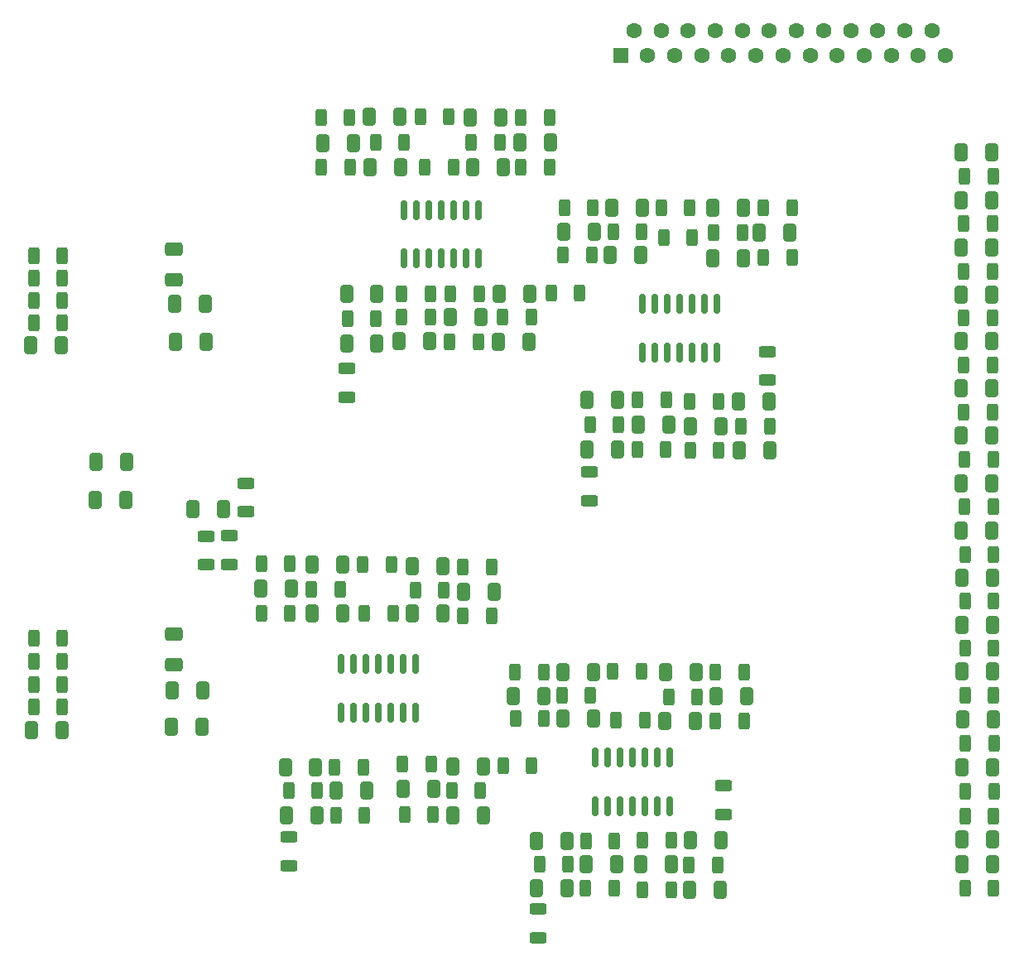
<source format=gbr>
%TF.GenerationSoftware,KiCad,Pcbnew,(7.0.0)*%
%TF.CreationDate,2023-04-15T15:54:35-07:00*%
%TF.ProjectId,FaultSignalGenerator_Isaiah_16Channel,4661756c-7453-4696-976e-616c47656e65,rev?*%
%TF.SameCoordinates,Original*%
%TF.FileFunction,Soldermask,Bot*%
%TF.FilePolarity,Negative*%
%FSLAX46Y46*%
G04 Gerber Fmt 4.6, Leading zero omitted, Abs format (unit mm)*
G04 Created by KiCad (PCBNEW (7.0.0)) date 2023-04-15 15:54:35*
%MOMM*%
%LPD*%
G01*
G04 APERTURE LIST*
G04 Aperture macros list*
%AMRoundRect*
0 Rectangle with rounded corners*
0 $1 Rounding radius*
0 $2 $3 $4 $5 $6 $7 $8 $9 X,Y pos of 4 corners*
0 Add a 4 corners polygon primitive as box body*
4,1,4,$2,$3,$4,$5,$6,$7,$8,$9,$2,$3,0*
0 Add four circle primitives for the rounded corners*
1,1,$1+$1,$2,$3*
1,1,$1+$1,$4,$5*
1,1,$1+$1,$6,$7*
1,1,$1+$1,$8,$9*
0 Add four rect primitives between the rounded corners*
20,1,$1+$1,$2,$3,$4,$5,0*
20,1,$1+$1,$4,$5,$6,$7,0*
20,1,$1+$1,$6,$7,$8,$9,0*
20,1,$1+$1,$8,$9,$2,$3,0*%
G04 Aperture macros list end*
%ADD10RoundRect,0.250000X-0.312500X-0.625000X0.312500X-0.625000X0.312500X0.625000X-0.312500X0.625000X0*%
%ADD11R,1.600000X1.600000*%
%ADD12C,1.600000*%
%ADD13RoundRect,0.250000X-0.625000X0.312500X-0.625000X-0.312500X0.625000X-0.312500X0.625000X0.312500X0*%
%ADD14RoundRect,0.250000X-0.412500X-0.650000X0.412500X-0.650000X0.412500X0.650000X-0.412500X0.650000X0*%
%ADD15RoundRect,0.250000X0.412500X0.650000X-0.412500X0.650000X-0.412500X-0.650000X0.412500X-0.650000X0*%
%ADD16RoundRect,0.250000X0.312500X0.625000X-0.312500X0.625000X-0.312500X-0.625000X0.312500X-0.625000X0*%
%ADD17RoundRect,0.250000X0.650000X-0.412500X0.650000X0.412500X-0.650000X0.412500X-0.650000X-0.412500X0*%
%ADD18RoundRect,0.150000X-0.150000X0.825000X-0.150000X-0.825000X0.150000X-0.825000X0.150000X0.825000X0*%
%ADD19RoundRect,0.250000X0.625000X-0.312500X0.625000X0.312500X-0.625000X0.312500X-0.625000X-0.312500X0*%
G04 APERTURE END LIST*
D10*
%TO.C,R68*%
X118963000Y-102513000D03*
X121888000Y-102513000D03*
%TD*%
D11*
%TO.C,J3*%
X129724999Y-39430330D03*
D12*
X132495000Y-39430331D03*
X135265000Y-39430331D03*
X138035000Y-39430331D03*
X140805000Y-39430331D03*
X143575000Y-39430331D03*
X146345000Y-39430331D03*
X149115000Y-39430331D03*
X151885000Y-39430331D03*
X154655000Y-39430331D03*
X157425000Y-39430331D03*
X160195000Y-39430331D03*
X162965000Y-39430331D03*
X131110000Y-36890331D03*
X133880000Y-36890331D03*
X136650000Y-36890331D03*
X139420000Y-36890331D03*
X142190000Y-36890331D03*
X144960000Y-36890331D03*
X147730000Y-36890331D03*
X150500000Y-36890331D03*
X153270000Y-36890331D03*
X156040000Y-36890331D03*
X158810000Y-36890331D03*
X161580000Y-36890331D03*
%TD*%
D13*
%TO.C,R138*%
X144767500Y-69733500D03*
X144767500Y-72658500D03*
%TD*%
D10*
%TO.C,R119*%
X123977000Y-55074000D03*
X126902000Y-55074000D03*
%TD*%
D14*
%TO.C,C100*%
X164600500Y-49388000D03*
X167725500Y-49388000D03*
%TD*%
D15*
%TO.C,C54*%
X117473900Y-45779400D03*
X114348900Y-45779400D03*
%TD*%
%TO.C,C73*%
X147057500Y-57540000D03*
X143932500Y-57540000D03*
%TD*%
D14*
%TO.C,C50*%
X84213000Y-68738000D03*
X87338000Y-68738000D03*
%TD*%
D16*
%TO.C,R129*%
X139784000Y-79813000D03*
X136859000Y-79813000D03*
%TD*%
D10*
%TO.C,R131*%
X139245000Y-57540000D03*
X142170000Y-57540000D03*
%TD*%
D16*
%TO.C,R58*%
X121925500Y-107313000D03*
X119000500Y-107313000D03*
%TD*%
%TO.C,R69*%
X106298200Y-91564100D03*
X103373200Y-91564100D03*
%TD*%
%TO.C,R78*%
X134888000Y-124788000D03*
X131963000Y-124788000D03*
%TD*%
D14*
%TO.C,C31*%
X69420531Y-69123710D03*
X72545531Y-69123710D03*
%TD*%
D16*
%TO.C,R56*%
X110568000Y-117063000D03*
X107643000Y-117063000D03*
%TD*%
D17*
%TO.C,C49*%
X84075500Y-62400500D03*
X84075500Y-59275500D03*
%TD*%
D14*
%TO.C,C93*%
X164663000Y-119638000D03*
X167788000Y-119638000D03*
%TD*%
D18*
%TO.C,U7*%
X107589000Y-55258200D03*
X108859000Y-55258200D03*
X110129000Y-55258200D03*
X111399000Y-55258200D03*
X112669000Y-55258200D03*
X113939000Y-55258200D03*
X115209000Y-55258200D03*
X115209000Y-60208200D03*
X113939000Y-60208200D03*
X112669000Y-60208200D03*
X111399000Y-60208200D03*
X110129000Y-60208200D03*
X108859000Y-60208200D03*
X107589000Y-60208200D03*
%TD*%
%TO.C,U6*%
X127168000Y-111263000D03*
X128438000Y-111263000D03*
X129708000Y-111263000D03*
X130978000Y-111263000D03*
X132248000Y-111263000D03*
X133518000Y-111263000D03*
X134788000Y-111263000D03*
X134788000Y-116213000D03*
X133518000Y-116213000D03*
X132248000Y-116213000D03*
X130978000Y-116213000D03*
X129708000Y-116213000D03*
X128438000Y-116213000D03*
X127168000Y-116213000D03*
%TD*%
D16*
%TO.C,R111*%
X107597700Y-48308600D03*
X104672700Y-48308600D03*
%TD*%
D14*
%TO.C,C21*%
X131775500Y-122213000D03*
X134900500Y-122213000D03*
%TD*%
D10*
%TO.C,R92*%
X69725500Y-99088000D03*
X72650500Y-99088000D03*
%TD*%
%TO.C,R82*%
X121438000Y-122213000D03*
X124363000Y-122213000D03*
%TD*%
D19*
%TO.C,R139*%
X126512500Y-85000000D03*
X126512500Y-82075000D03*
%TD*%
D15*
%TO.C,C20*%
X142638000Y-105013000D03*
X139513000Y-105013000D03*
%TD*%
D16*
%TO.C,R65*%
X116523200Y-96764100D03*
X113598200Y-96764100D03*
%TD*%
D14*
%TO.C,C96*%
X164600500Y-88038000D03*
X167725500Y-88038000D03*
%TD*%
D10*
%TO.C,R137*%
X134150000Y-58088000D03*
X137075000Y-58088000D03*
%TD*%
D14*
%TO.C,C77*%
X141808000Y-74879000D03*
X144933000Y-74879000D03*
%TD*%
D19*
%TO.C,R72*%
X95805500Y-122313000D03*
X95805500Y-119388000D03*
%TD*%
D10*
%TO.C,R79*%
X126175500Y-119813000D03*
X129100500Y-119813000D03*
%TD*%
D14*
%TO.C,C1*%
X98188500Y-96512200D03*
X101313500Y-96512200D03*
%TD*%
%TO.C,C8*%
X107493000Y-114463000D03*
X110618000Y-114463000D03*
%TD*%
D15*
%TO.C,C72*%
X129431900Y-74683600D03*
X126306900Y-74683600D03*
%TD*%
%TO.C,C17*%
X137463000Y-102563000D03*
X134338000Y-102563000D03*
%TD*%
D10*
%TO.C,R84*%
X131975500Y-119713000D03*
X134900500Y-119713000D03*
%TD*%
D14*
%TO.C,C69*%
X76000500Y-84888000D03*
X79125500Y-84888000D03*
%TD*%
D16*
%TO.C,R71*%
X120630500Y-112063000D03*
X117705500Y-112063000D03*
%TD*%
D15*
%TO.C,C62*%
X110221900Y-68645400D03*
X107096900Y-68645400D03*
%TD*%
D10*
%TO.C,R80*%
X134638000Y-105038000D03*
X137563000Y-105038000D03*
%TD*%
D16*
%TO.C,R132*%
X144992500Y-77400000D03*
X142067500Y-77400000D03*
%TD*%
D14*
%TO.C,C6*%
X92969200Y-94023000D03*
X96094200Y-94023000D03*
%TD*%
D15*
%TO.C,C23*%
X137413000Y-107513000D03*
X134288000Y-107513000D03*
%TD*%
D10*
%TO.C,R157*%
X164850500Y-61538000D03*
X167775500Y-61538000D03*
%TD*%
D14*
%TO.C,C74*%
X136887500Y-77400000D03*
X140012500Y-77400000D03*
%TD*%
%TO.C,C55*%
X104077000Y-50874000D03*
X107202000Y-50874000D03*
%TD*%
D10*
%TO.C,R57*%
X100496200Y-112243200D03*
X103421200Y-112243200D03*
%TD*%
D16*
%TO.C,R67*%
X103558700Y-117143200D03*
X100633700Y-117143200D03*
%TD*%
D18*
%TO.C,U8*%
X131929300Y-64873800D03*
X133199300Y-64873800D03*
X134469300Y-64873800D03*
X135739300Y-64873800D03*
X137009300Y-64873800D03*
X138279300Y-64873800D03*
X139549300Y-64873800D03*
X139549300Y-69823800D03*
X138279300Y-69823800D03*
X137009300Y-69823800D03*
X135739300Y-69823800D03*
X134469300Y-69823800D03*
X133199300Y-69823800D03*
X131929300Y-69823800D03*
%TD*%
D10*
%TO.C,R93*%
X69725500Y-106088000D03*
X72650500Y-106088000D03*
%TD*%
D16*
%TO.C,R112*%
X120578900Y-66219400D03*
X117653900Y-66219400D03*
%TD*%
D10*
%TO.C,R97*%
X69720531Y-62223710D03*
X72645531Y-62223710D03*
%TD*%
%TO.C,R86*%
X129275500Y-107413000D03*
X132200500Y-107413000D03*
%TD*%
D16*
%TO.C,R62*%
X98721200Y-114643200D03*
X95796200Y-114643200D03*
%TD*%
D15*
%TO.C,C59*%
X122546900Y-48319400D03*
X119421900Y-48319400D03*
%TD*%
D10*
%TO.C,R152*%
X165000500Y-109838000D03*
X167925500Y-109838000D03*
%TD*%
D14*
%TO.C,C60*%
X99254650Y-48415410D03*
X102379650Y-48415410D03*
%TD*%
D15*
%TO.C,C4*%
X98558700Y-112243200D03*
X95433700Y-112243200D03*
%TD*%
D14*
%TO.C,C53*%
X83913000Y-104388000D03*
X87038000Y-104388000D03*
%TD*%
D16*
%TO.C,R113*%
X104722400Y-66359400D03*
X101797400Y-66359400D03*
%TD*%
D10*
%TO.C,R66*%
X107443000Y-111963000D03*
X110368000Y-111963000D03*
%TD*%
D16*
%TO.C,R60*%
X111660700Y-94164100D03*
X108735700Y-94164100D03*
%TD*%
D14*
%TO.C,C66*%
X117316400Y-63819400D03*
X120441400Y-63819400D03*
%TD*%
D16*
%TO.C,R121*%
X112189700Y-45735600D03*
X109264700Y-45735600D03*
%TD*%
D10*
%TO.C,R98*%
X69725500Y-103788000D03*
X72650500Y-103788000D03*
%TD*%
D14*
%TO.C,C95*%
X164650500Y-97688000D03*
X167775500Y-97688000D03*
%TD*%
D10*
%TO.C,R158*%
X164900500Y-51788000D03*
X167825500Y-51788000D03*
%TD*%
D15*
%TO.C,C2*%
X111560700Y-91664100D03*
X108435700Y-91664100D03*
%TD*%
D14*
%TO.C,C56*%
X117238400Y-68759400D03*
X120363400Y-68759400D03*
%TD*%
D16*
%TO.C,R73*%
X131850500Y-102475500D03*
X128925500Y-102475500D03*
%TD*%
D14*
%TO.C,C51*%
X83813000Y-108088000D03*
X86938000Y-108088000D03*
%TD*%
%TO.C,C16*%
X76063000Y-81038000D03*
X79188000Y-81038000D03*
%TD*%
D16*
%TO.C,R106*%
X102051050Y-50904610D03*
X99126050Y-50904610D03*
%TD*%
D10*
%TO.C,R147*%
X164900500Y-85638000D03*
X167825500Y-85638000D03*
%TD*%
D16*
%TO.C,R114*%
X131893500Y-57487000D03*
X128968500Y-57487000D03*
%TD*%
D15*
%TO.C,C19*%
X124263000Y-119813000D03*
X121138000Y-119813000D03*
%TD*%
D10*
%TO.C,R148*%
X164850500Y-75938000D03*
X167775500Y-75938000D03*
%TD*%
%TO.C,R144*%
X164988000Y-114688000D03*
X167913000Y-114688000D03*
%TD*%
%TO.C,R110*%
X114448900Y-48319400D03*
X117373900Y-48319400D03*
%TD*%
%TO.C,R155*%
X164900500Y-80788000D03*
X167825500Y-80788000D03*
%TD*%
D19*
%TO.C,R88*%
X121300500Y-129675500D03*
X121300500Y-126750500D03*
%TD*%
D15*
%TO.C,C26*%
X89088000Y-85888000D03*
X85963000Y-85888000D03*
%TD*%
D16*
%TO.C,R115*%
X122453900Y-50859400D03*
X119528900Y-50859400D03*
%TD*%
D13*
%TO.C,R91*%
X91425500Y-83225500D03*
X91425500Y-86150500D03*
%TD*%
D17*
%TO.C,C48*%
X84025500Y-101750500D03*
X84025500Y-98625500D03*
%TD*%
D16*
%TO.C,R63*%
X126650500Y-104913000D03*
X123725500Y-104913000D03*
%TD*%
D15*
%TO.C,C75*%
X134675000Y-77200000D03*
X131550000Y-77200000D03*
%TD*%
D10*
%TO.C,R135*%
X136828000Y-74879000D03*
X139753000Y-74879000D03*
%TD*%
%TO.C,R55*%
X113598200Y-91764100D03*
X116523200Y-91764100D03*
%TD*%
D14*
%TO.C,C65*%
X104052300Y-45717800D03*
X107177300Y-45717800D03*
%TD*%
D10*
%TO.C,R105*%
X119528900Y-45779400D03*
X122453900Y-45779400D03*
%TD*%
D15*
%TO.C,C76*%
X142256900Y-60207000D03*
X139131900Y-60207000D03*
%TD*%
D10*
%TO.C,R130*%
X131486900Y-74683600D03*
X134411900Y-74683600D03*
%TD*%
D16*
%TO.C,R109*%
X126775000Y-59900000D03*
X123850000Y-59900000D03*
%TD*%
D14*
%TO.C,C71*%
X141900500Y-79813000D03*
X145025500Y-79813000D03*
%TD*%
D15*
%TO.C,C25*%
X124225500Y-124613000D03*
X121100500Y-124613000D03*
%TD*%
D10*
%TO.C,R143*%
X164950500Y-124638000D03*
X167875500Y-124638000D03*
%TD*%
%TO.C,R77*%
X139413000Y-102513000D03*
X142338000Y-102513000D03*
%TD*%
D16*
%TO.C,R54*%
X95918000Y-96563000D03*
X92993000Y-96563000D03*
%TD*%
D14*
%TO.C,C10*%
X118787500Y-104950000D03*
X121912500Y-104950000D03*
%TD*%
%TO.C,C91*%
X164588000Y-63938000D03*
X167713000Y-63938000D03*
%TD*%
%TO.C,C5*%
X123825500Y-107313000D03*
X126950500Y-107313000D03*
%TD*%
D10*
%TO.C,R149*%
X164850500Y-66288000D03*
X167775500Y-66288000D03*
%TD*%
D14*
%TO.C,C90*%
X164600500Y-73488000D03*
X167725500Y-73488000D03*
%TD*%
D10*
%TO.C,R122*%
X122614500Y-63774000D03*
X125539500Y-63774000D03*
%TD*%
D14*
%TO.C,C89*%
X164600500Y-83238000D03*
X167725500Y-83238000D03*
%TD*%
%TO.C,C15*%
X123825500Y-102513000D03*
X126950500Y-102513000D03*
%TD*%
D15*
%TO.C,C64*%
X117766400Y-50859400D03*
X114641400Y-50859400D03*
%TD*%
D10*
%TO.C,R145*%
X164963000Y-104938000D03*
X167888000Y-104938000D03*
%TD*%
D16*
%TO.C,R107*%
X112258400Y-68759400D03*
X115183400Y-68759400D03*
%TD*%
D14*
%TO.C,C87*%
X164650500Y-102488000D03*
X167775500Y-102488000D03*
%TD*%
D10*
%TO.C,R128*%
X144325000Y-55000000D03*
X147250000Y-55000000D03*
%TD*%
%TO.C,R99*%
X69720531Y-64523710D03*
X72645531Y-64523710D03*
%TD*%
D15*
%TO.C,C30*%
X72638000Y-108438000D03*
X69513000Y-108438000D03*
%TD*%
D10*
%TO.C,R120*%
X109711400Y-50919400D03*
X112636400Y-50919400D03*
%TD*%
D14*
%TO.C,C61*%
X112323900Y-66219400D03*
X115448900Y-66219400D03*
%TD*%
%TO.C,C85*%
X164638000Y-122188000D03*
X167763000Y-122188000D03*
%TD*%
%TO.C,C63*%
X123915500Y-57487000D03*
X127040500Y-57487000D03*
%TD*%
D10*
%TO.C,R156*%
X164850500Y-71088000D03*
X167775500Y-71088000D03*
%TD*%
D13*
%TO.C,R90*%
X89725500Y-88588000D03*
X89725500Y-91513000D03*
%TD*%
D10*
%TO.C,R70*%
X103535700Y-96564100D03*
X106460700Y-96564100D03*
%TD*%
%TO.C,R59*%
X98123800Y-94048400D03*
X101048800Y-94048400D03*
%TD*%
D18*
%TO.C,U5*%
X101112600Y-101717200D03*
X102382600Y-101717200D03*
X103652600Y-101717200D03*
X104922600Y-101717200D03*
X106192600Y-101717200D03*
X107462600Y-101717200D03*
X108732600Y-101717200D03*
X108732600Y-106667200D03*
X107462600Y-106667200D03*
X106192600Y-106667200D03*
X104922600Y-106667200D03*
X103652600Y-106667200D03*
X102382600Y-106667200D03*
X101112600Y-106667200D03*
%TD*%
D19*
%TO.C,R89*%
X87325500Y-91550500D03*
X87325500Y-88625500D03*
%TD*%
D10*
%TO.C,R64*%
X92993000Y-91483000D03*
X95918000Y-91483000D03*
%TD*%
D13*
%TO.C,R87*%
X140225500Y-114163000D03*
X140225500Y-117088000D03*
%TD*%
D16*
%TO.C,R83*%
X142338000Y-107513000D03*
X139413000Y-107513000D03*
%TD*%
D15*
%TO.C,C67*%
X104822400Y-68899400D03*
X101697400Y-68899400D03*
%TD*%
%TO.C,C14*%
X98658700Y-117143200D03*
X95533700Y-117143200D03*
%TD*%
D14*
%TO.C,C3*%
X112568000Y-117163000D03*
X115693000Y-117163000D03*
%TD*%
D15*
%TO.C,C22*%
X129363000Y-122213000D03*
X126238000Y-122213000D03*
%TD*%
%TO.C,C7*%
X116823200Y-94364100D03*
X113698200Y-94364100D03*
%TD*%
D16*
%TO.C,R61*%
X115393000Y-114663000D03*
X112468000Y-114663000D03*
%TD*%
D14*
%TO.C,C58*%
X128703000Y-59900000D03*
X131828000Y-59900000D03*
%TD*%
%TO.C,C98*%
X164550500Y-68638000D03*
X167675500Y-68638000D03*
%TD*%
D10*
%TO.C,R151*%
X164950500Y-117288000D03*
X167875500Y-117288000D03*
%TD*%
D15*
%TO.C,C9*%
X103758700Y-114643200D03*
X100633700Y-114643200D03*
%TD*%
D10*
%TO.C,R96*%
X69725500Y-101438000D03*
X72650500Y-101438000D03*
%TD*%
D15*
%TO.C,C12*%
X111560700Y-96564100D03*
X108435700Y-96564100D03*
%TD*%
D16*
%TO.C,R124*%
X136817500Y-55067000D03*
X133892500Y-55067000D03*
%TD*%
D14*
%TO.C,C52*%
X84100500Y-64888000D03*
X87225500Y-64888000D03*
%TD*%
D16*
%TO.C,R81*%
X139663000Y-122238000D03*
X136738000Y-122238000D03*
%TD*%
D10*
%TO.C,R133*%
X126622400Y-77223600D03*
X129547400Y-77223600D03*
%TD*%
%TO.C,R108*%
X107323900Y-63819400D03*
X110248900Y-63819400D03*
%TD*%
D14*
%TO.C,C99*%
X164550500Y-59088000D03*
X167675500Y-59088000D03*
%TD*%
%TO.C,C92*%
X164550500Y-54238000D03*
X167675500Y-54238000D03*
%TD*%
D16*
%TO.C,R134*%
X147250000Y-60080000D03*
X144325000Y-60080000D03*
%TD*%
D14*
%TO.C,C97*%
X164600500Y-78338000D03*
X167725500Y-78338000D03*
%TD*%
D10*
%TO.C,R95*%
X69720531Y-66823710D03*
X72645531Y-66823710D03*
%TD*%
D16*
%TO.C,R85*%
X129063000Y-124613000D03*
X126138000Y-124613000D03*
%TD*%
D14*
%TO.C,C86*%
X164688000Y-112238000D03*
X167813000Y-112238000D03*
%TD*%
D19*
%TO.C,R123*%
X101735900Y-74425900D03*
X101735900Y-71500900D03*
%TD*%
D14*
%TO.C,C11*%
X98163900Y-91559200D03*
X101288900Y-91559200D03*
%TD*%
D16*
%TO.C,R118*%
X110248900Y-66232400D03*
X107323900Y-66232400D03*
%TD*%
D14*
%TO.C,C18*%
X136800500Y-124788000D03*
X139925500Y-124788000D03*
%TD*%
D10*
%TO.C,R153*%
X164950500Y-100088000D03*
X167875500Y-100088000D03*
%TD*%
D14*
%TO.C,C88*%
X164650500Y-92888000D03*
X167775500Y-92888000D03*
%TD*%
%TO.C,C68*%
X128830000Y-55074000D03*
X131955000Y-55074000D03*
%TD*%
D10*
%TO.C,R117*%
X112336400Y-63819400D03*
X115261400Y-63819400D03*
%TD*%
D14*
%TO.C,C24*%
X136863000Y-119763000D03*
X139988000Y-119763000D03*
%TD*%
D10*
%TO.C,R154*%
X164950500Y-90488000D03*
X167875500Y-90488000D03*
%TD*%
%TO.C,R146*%
X164950500Y-95238000D03*
X167875500Y-95238000D03*
%TD*%
D16*
%TO.C,R136*%
X134375000Y-79800000D03*
X131450000Y-79800000D03*
%TD*%
D15*
%TO.C,C78*%
X129431900Y-79763600D03*
X126306900Y-79763600D03*
%TD*%
D10*
%TO.C,R94*%
X69720531Y-59923710D03*
X72645531Y-59923710D03*
%TD*%
D15*
%TO.C,C57*%
X104822400Y-63819400D03*
X101697400Y-63819400D03*
%TD*%
%TO.C,C70*%
X142270000Y-55000000D03*
X139145000Y-55000000D03*
%TD*%
D10*
%TO.C,R116*%
X99101350Y-45799210D03*
X102026350Y-45799210D03*
%TD*%
D14*
%TO.C,C94*%
X164700500Y-107338000D03*
X167825500Y-107338000D03*
%TD*%
D10*
%TO.C,R150*%
X164850500Y-56638000D03*
X167775500Y-56638000D03*
%TD*%
D14*
%TO.C,C13*%
X112568000Y-112163000D03*
X115693000Y-112163000D03*
%TD*%
M02*

</source>
